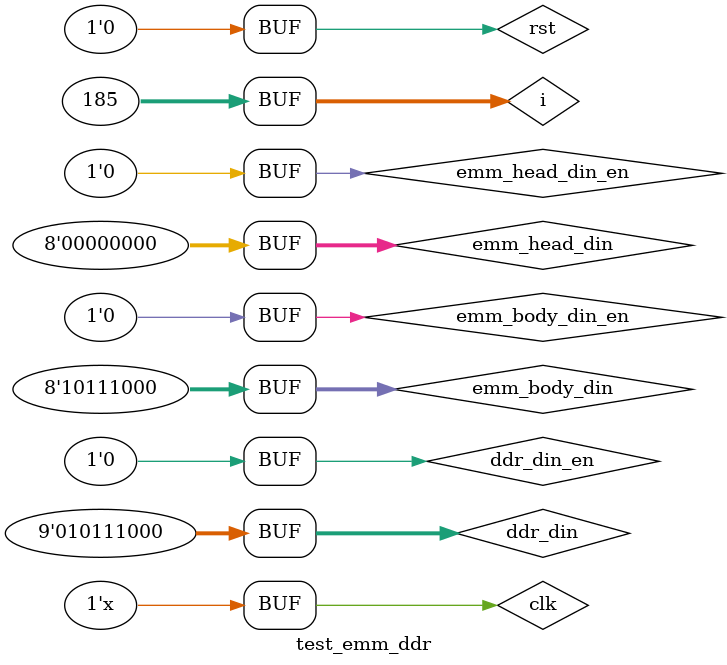
<source format=v>
`timescale 1ns / 1ps


module test_emm_ddr;

	// Inputs
	reg clk;
	reg rst;
	reg emm_head_din_en;
	reg [7:0] emm_head_din;
	reg emm_body_din_en;
	reg [7:0] emm_body_din;
	reg ddr_din_en;
	reg [8:0] ddr_din;

	// Outputs
	wire emm_head_dout_en;
	wire [31:0] emm_head_dout;
	wire emm_body_dout_en;
	wire [31:0] emm_body_dout;
	wire ddr_dout_en;
	wire [32:0] ddr_dout;
	wire [5:0] head_num;

	// Instantiate the Unit Under Test (UUT)
	emm_ddr_8to32 uut (
		.clk(clk), 
		.rst(rst), 
		.emm_head_din_en(emm_head_din_en), 
		.emm_head_din(emm_head_din), 
		.emm_body_din_en(emm_body_din_en), 
		.emm_body_din(emm_body_din), 
		.ddr_din_en(ddr_din_en), 
		.ddr_din(ddr_din), 
		.emm_head_dout_en(emm_head_dout_en), 
		.emm_head_dout(emm_head_dout), 
		.emm_body_dout_en(emm_body_dout_en), 
		.emm_body_dout(emm_body_dout), 
		.ddr_dout_en(ddr_dout_en), 
		.ddr_dout(ddr_dout), 
		.head_num(head_num)
	);
integer i;
	initial begin
		// Initialize Inputs
		clk = 0;
		rst = 0;
		emm_head_din_en = 0;
		emm_head_din = 0;
		emm_body_din_en = 0;
		emm_body_din = 0;
		ddr_din_en = 0;
		ddr_din = 0;

		#3 rst=1;
		#4 rst=0;
	
		// Wait 100 ns for global reset to finish
		#100;
		
		
		#10 emm_body_din_en=1;
		emm_body_din=8'h01;
		#10 emm_body_din=8'h02;
		#10 emm_body_din=8'h00;
		#10 emm_body_din=8'h00;
		#10 emm_body_din=8'h01;
		#10 emm_body_din=8'hc0;
		#10 emm_body_din=8'h12;
		#10 emm_body_din=8'h08;
		#10 emm_body_din=8'h02;
		#10 emm_body_din=8'h4e;
		#10 emm_body_din=8'h20;
		#10 emm_body_din=8'h47;
		#10 emm_body_din=8'h43;
		#10 emm_body_din=8'he8;
		#10 emm_body_din=8'h02;
		for(i=1;i<185;i=i+1)
		#10 emm_body_din=i;
		#10 emm_body_din_en=0;
		

		#10 ddr_din_en=1;
		ddr_din=9'h103;
		#10 ddr_din=9'h002;
		#10 ddr_din=9'h000;
		#10 ddr_din=9'h000;
		#10 ddr_din=9'h001;
		#10 ddr_din_en=0;
		#50 ddr_din_en=1;
		 ddr_din=9'h0c0;
		#10 ddr_din=9'h012;
		#10 ddr_din=9'h008;
		#10 ddr_din=9'h002;
		#10 ddr_din=9'h04e;
		#10 ddr_din=9'h020;
        #10 ddr_din_en=0;
        
        #60 ddr_din_en=1;
        ddr_din=9'h047;
        #10 ddr_din=9'h040;
        #10 ddr_din=9'h000;
        #10 ddr_din=9'h002;
        for(i=1;i<185;i=i+1)
        #10 ddr_din=i;
        #10 ddr_din_en=0;
		// Add stimulus here

	end
      
      
     always #5 clk=~clk; 
endmodule


</source>
